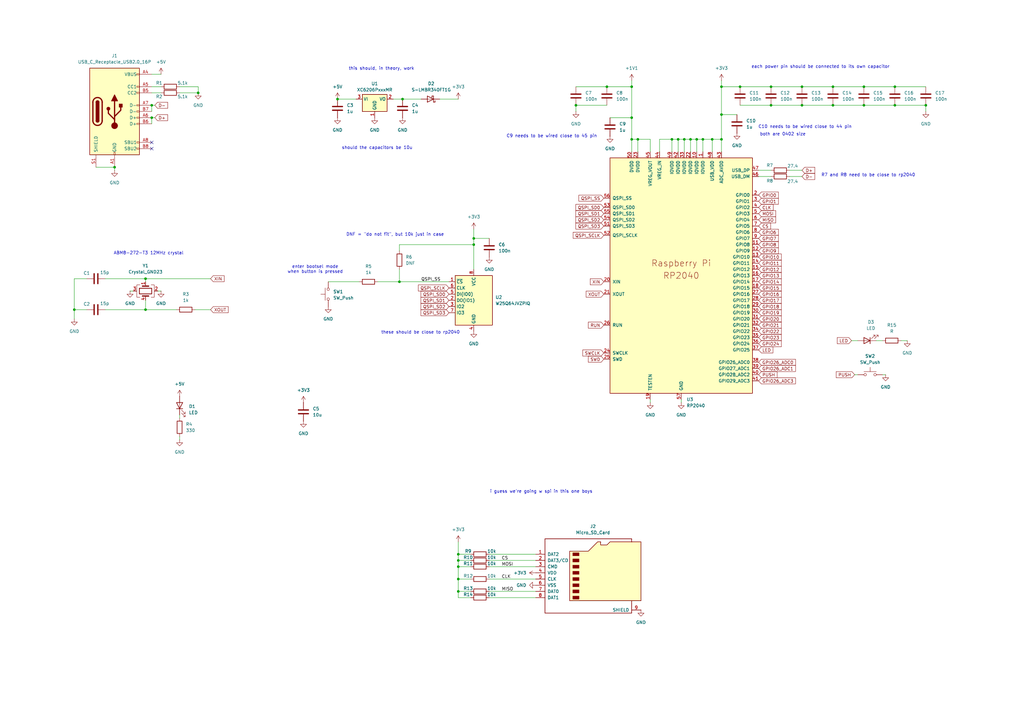
<source format=kicad_sch>
(kicad_sch (version 20231120) (generator "eeschema") (generator_version "8.0")
  (paper "A3")
  (lib_symbols
    (symbol "Connector:Micro_SD_Card" (pin_names (offset 1.016))
      (property "Reference" "J" (at -16.51 15.24 0))
      (property "Value" "Micro_SD_Card" (at 16.51 15.24 0))
      (symbol "Micro_SD_Card_0_1"
        (rectangle (start -7.62 -9.525) (end -5.08 -10.795) (fill (type outline)))
        (rectangle (start -7.62 -6.985) (end -5.08 -8.255) (fill (type outline)))
        (rectangle (start -7.62 -4.445) (end -5.08 -5.715) (fill (type outline)))
        (rectangle (start -7.62 -1.905) (end -5.08 -3.175) (fill (type outline)))
        (rectangle (start -7.62 0.635) (end -5.08 -0.635) (fill (type outline)))
        (rectangle (start -7.62 3.175) (end -5.08 1.905) (fill (type outline)))
        (rectangle (start -7.62 5.715) (end -5.08 4.445) (fill (type outline)))
        (rectangle (start -7.62 8.255) (end -5.08 6.985) (fill (type outline)))
        (polyline (pts (xy 16.51 12.7) (xy 16.51 13.97) (xy -19.05 13.97) (xy -19.05 -16.51) (xy 16.51 -16.51) (xy 16.51 -11.43)) (stroke (width 0.254)))
        (polyline (pts (xy -8.89 -11.43) (xy -8.89 8.89) (xy -1.27 8.89) (xy 2.54 12.7) (xy 3.81 12.7) (xy 3.81 11.43) (xy 6.35 11.43) (xy 7.62 12.7) (xy 20.32 12.7) (xy 20.32 -11.43) (xy -8.89 -11.43)) (stroke (width 0.254)) (fill (type background)))
      )
      (symbol "Micro_SD_Card_1_1"
        (pin bidirectional line (at -22.86 7.62 0) (length 3.81) (name "DAT2") (number "1"))
        (pin bidirectional line (at -22.86 5.08 0) (length 3.81) (name "DAT3/CD") (number "2"))
        (pin input line (at -22.86 2.54 0) (length 3.81) (name "CMD") (number "3"))
        (pin power_in line (at -22.86 0 0) (length 3.81) (name "VDD") (number "4"))
        (pin input line (at -22.86 -2.54 0) (length 3.81) (name "CLK") (number "5"))
        (pin power_in line (at -22.86 -5.08 0) (length 3.81) (name "VSS") (number "6"))
        (pin bidirectional line (at -22.86 -7.62 0) (length 3.81) (name "DAT0") (number "7"))
        (pin bidirectional line (at -22.86 -10.16 0) (length 3.81) (name "DAT1") (number "8"))
        (pin passive line (at 20.32 -15.24 180) (length 3.81) (name "SHIELD") (number "9"))
      )
    )
    (symbol "Connector:USB_C_Receptacle_USB2.0_16P" (pin_names (offset 1.016))
      (property "Reference" "J" (at 0 22.225 0))
      (property "Value" "USB_C_Receptacle_USB2.0_16P" (at 0 19.685 0))
      (symbol "USB_C_Receptacle_USB2.0_16P_0_0"
        (rectangle (start -0.254 -17.78) (end 0.254 -16.764))
        (rectangle (start 10.16 -14.986) (end 9.144 -15.494))
        (rectangle (start 10.16 -12.446) (end 9.144 -12.954))
        (rectangle (start 10.16 -4.826) (end 9.144 -5.334))
        (rectangle (start 10.16 -2.286) (end 9.144 -2.794))
        (rectangle (start 10.16 0.254) (end 9.144 -0.254))
        (rectangle (start 10.16 2.794) (end 9.144 2.286))
        (rectangle (start 10.16 7.874) (end 9.144 7.366))
        (rectangle (start 10.16 10.414) (end 9.144 9.906))
        (rectangle (start 10.16 15.494) (end 9.144 14.986))
      )
      (symbol "USB_C_Receptacle_USB2.0_16P_0_1"
        (rectangle (start -10.16 17.78) (end 10.16 -17.78) (stroke (width 0.254)) (fill (type background)))
        (arc (start -8.89 -3.81) (mid -6.985 -5.7067) (end -5.08 -3.81) (stroke (width 0.508)))
        (arc (start -7.62 -3.81) (mid -6.985 -4.4423) (end -6.35 -3.81) (stroke (width 0.254)))
        (arc (start -7.62 -3.81) (mid -6.985 -4.4423) (end -6.35 -3.81) (stroke (width 0.254)) (fill (type outline)))
        (rectangle (start -7.62 -3.81) (end -6.35 3.81) (stroke (width 0.254)) (fill (type outline)))
        (arc (start -6.35 3.81) (mid -6.985 4.4423) (end -7.62 3.81) (stroke (width 0.254)))
        (arc (start -6.35 3.81) (mid -6.985 4.4423) (end -7.62 3.81) (stroke (width 0.254)) (fill (type outline)))
        (arc (start -5.08 3.81) (mid -6.985 5.7067) (end -8.89 3.81) (stroke (width 0.508)))
        (circle (center -2.54 1.143) (radius 0.635) (stroke (width 0.254)) (fill (type outline)))
        (circle (center 0 -5.842) (radius 1.27) (fill (type outline)))
        (polyline (pts (xy -8.89 -3.81) (xy -8.89 3.81)) (stroke (width 0.508)))
        (polyline (pts (xy -5.08 3.81) (xy -5.08 -3.81)) (stroke (width 0.508)))
        (polyline (pts (xy 0 -5.842) (xy 0 4.318)) (stroke (width 0.508)))
        (polyline (pts (xy 0 -3.302) (xy -2.54 -0.762) (xy -2.54 0.508)) (stroke (width 0.508)))
        (polyline (pts (xy 0 -2.032) (xy 2.54 0.508) (xy 2.54 1.778)) (stroke (width 0.508)))
        (polyline (pts (xy -1.27 4.318) (xy 0 6.858) (xy 1.27 4.318) (xy -1.27 4.318)) (stroke (width 0.254)) (fill (type outline)))
        (rectangle (start 1.905 1.778) (end 3.175 3.048) (stroke (width 0.254)) (fill (type outline)))
      )
      (symbol "USB_C_Receptacle_USB2.0_16P_1_1"
        (pin passive line (at 0 -22.86 90) (length 5.08) (name "GND") (number "A1"))
        (pin passive line (at 0 -22.86 90) (length 5.08) hide (name "GND") (number "A12"))
        (pin passive line (at 15.24 15.24 180) (length 5.08) (name "VBUS") (number "A4"))
        (pin bidirectional line (at 15.24 10.16 180) (length 5.08) (name "CC1") (number "A5"))
        (pin bidirectional line (at 15.24 -2.54 180) (length 5.08) (name "D+") (number "A6"))
        (pin bidirectional line (at 15.24 2.54 180) (length 5.08) (name "D-") (number "A7"))
        (pin bidirectional line (at 15.24 -12.7 180) (length 5.08) (name "SBU1") (number "A8"))
        (pin passive line (at 15.24 15.24 180) (length 5.08) hide (name "VBUS") (number "A9"))
        (pin passive line (at 0 -22.86 90) (length 5.08) hide (name "GND") (number "B1"))
        (pin passive line (at 0 -22.86 90) (length 5.08) hide (name "GND") (number "B12"))
        (pin passive line (at 15.24 15.24 180) (length 5.08) hide (name "VBUS") (number "B4"))
        (pin bidirectional line (at 15.24 7.62 180) (length 5.08) (name "CC2") (number "B5"))
        (pin bidirectional line (at 15.24 -5.08 180) (length 5.08) (name "D+") (number "B6"))
        (pin bidirectional line (at 15.24 0 180) (length 5.08) (name "D-") (number "B7"))
        (pin bidirectional line (at 15.24 -15.24 180) (length 5.08) (name "SBU2") (number "B8"))
        (pin passive line (at 15.24 15.24 180) (length 5.08) hide (name "VBUS") (number "B9"))
        (pin passive line (at -7.62 -22.86 90) (length 5.08) (name "SHIELD") (number "S1"))
      )
    )
    (symbol "Device:C" (pin_numbers hide) (pin_names (offset 0.254))
      (property "Reference" "C" (at 0.635 2.54 0))
      (property "Value" "C" (at 0.635 -2.54 0))
      (symbol "C_0_1"
        (polyline (pts (xy -2.032 -0.762) (xy 2.032 -0.762)) (stroke (width 0.508)))
        (polyline (pts (xy -2.032 0.762) (xy 2.032 0.762)) (stroke (width 0.508)))
      )
      (symbol "C_1_1"
        (pin passive line (at 0 3.81 270) (length 2.794) (name "~") (number "1"))
        (pin passive line (at 0 -3.81 90) (length 2.794) (name "~") (number "2"))
      )
    )
    (symbol "Device:Crystal_GND23" (pin_names (offset 1.016) hide)
      (property "Reference" "Y" (at 3.175 5.08 0))
      (property "Value" "Crystal_GND23" (at 3.175 3.175 0))
      (symbol "Crystal_GND23_0_1"
        (rectangle (start -1.143 2.54) (end 1.143 -2.54) (stroke (width 0.3048)))
        (polyline (pts (xy -2.54 0) (xy -2.032 0)))
        (polyline (pts (xy -2.032 -1.27) (xy -2.032 1.27)) (stroke (width 0.508)))
        (polyline (pts (xy 0 -3.81) (xy 0 -3.556)))
        (polyline (pts (xy 0 3.556) (xy 0 3.81)))
        (polyline (pts (xy 2.032 -1.27) (xy 2.032 1.27)) (stroke (width 0.508)))
        (polyline (pts (xy 2.032 0) (xy 2.54 0)))
        (polyline (pts (xy -2.54 -2.286) (xy -2.54 -3.556) (xy 2.54 -3.556) (xy 2.54 -2.286)))
        (polyline (pts (xy -2.54 2.286) (xy -2.54 3.556) (xy 2.54 3.556) (xy 2.54 2.286)))
      )
      (symbol "Crystal_GND23_1_1"
        (pin passive line (at -3.81 0 0) (length 1.27) (name "1") (number "1"))
        (pin passive line (at 0 5.08 270) (length 1.27) (name "2") (number "2"))
        (pin passive line (at 0 -5.08 90) (length 1.27) (name "3") (number "3"))
        (pin passive line (at 3.81 0 180) (length 1.27) (name "4") (number "4"))
      )
    )
    (symbol "Device:D_Schottky" (pin_numbers hide) (pin_names (offset 1.016) hide)
      (property "Reference" "D" (at 0 2.54 0))
      (property "Value" "D_Schottky" (at 0 -2.54 0))
      (symbol "D_Schottky_0_1"
        (polyline (pts (xy 1.27 0) (xy -1.27 0)))
        (polyline (pts (xy 1.27 1.27) (xy 1.27 -1.27) (xy -1.27 0) (xy 1.27 1.27)) (stroke (width 0.254)))
        (polyline (pts (xy -1.905 0.635) (xy -1.905 1.27) (xy -1.27 1.27) (xy -1.27 -1.27) (xy -0.635 -1.27) (xy -0.635 -0.635)) (stroke (width 0.254)))
      )
      (symbol "D_Schottky_1_1"
        (pin passive line (at -3.81 0 0) (length 2.54) (name "K") (number "1"))
        (pin passive line (at 3.81 0 180) (length 2.54) (name "A") (number "2"))
      )
    )
    (symbol "Device:LED" (pin_numbers hide) (pin_names (offset 1.016) hide)
      (property "Reference" "D" (at 0 2.54 0))
      (property "Value" "LED" (at 0 -2.54 0))
      (symbol "LED_0_1"
        (polyline (pts (xy -1.27 -1.27) (xy -1.27 1.27)) (stroke (width 0.254)))
        (polyline (pts (xy -1.27 0) (xy 1.27 0)))
        (polyline (pts (xy 1.27 -1.27) (xy 1.27 1.27) (xy -1.27 0) (xy 1.27 -1.27)) (stroke (width 0.254)))
        (polyline (pts (xy -3.048 -0.762) (xy -4.572 -2.286) (xy -3.81 -2.286) (xy -4.572 -2.286) (xy -4.572 -1.524)))
        (polyline (pts (xy -1.778 -0.762) (xy -3.302 -2.286) (xy -2.54 -2.286) (xy -3.302 -2.286) (xy -3.302 -1.524)))
      )
      (symbol "LED_1_1"
        (pin passive line (at -3.81 0 0) (length 2.54) (name "K") (number "1"))
        (pin passive line (at 3.81 0 180) (length 2.54) (name "A") (number "2"))
      )
    )
    (symbol "Device:R" (pin_numbers hide) (pin_names (offset 0))
      (property "Reference" "R" (at 2.032 0 90))
      (property "Value" "R" (at 0 0 90))
      (symbol "R_0_1"
        (rectangle (start -1.016 -2.54) (end 1.016 2.54) (stroke (width 0.254)))
      )
      (symbol "R_1_1"
        (pin passive line (at 0 3.81 270) (length 1.27) (name "~") (number "1"))
        (pin passive line (at 0 -3.81 90) (length 1.27) (name "~") (number "2"))
      )
    )
    (symbol "MCU_RaspberryPi_and_Boards:RP2040" (pin_names (offset 1.016))
      (property "Reference" "U" (at -29.21 49.53 0))
      (property "Value" "RP2040" (at 24.13 -49.53 0))
      (symbol "RP2040_0_0"
        (text "Raspberry Pi" (at 0 5.08 0) (effects (font (size 2.54 2.54))))
        (text "RP2040" (at 0 0 0) (effects (font (size 2.54 2.54))))
      )
      (symbol "RP2040_0_1"
        (rectangle (start 29.21 48.26) (end -29.21 -48.26) (stroke (width 0.254)) (fill (type background)))
      )
      (symbol "RP2040_1_1"
        (pin power_in line (at 8.89 50.8 270) (length 2.54) (name "IOVDD") (number "1"))
        (pin power_in line (at 6.35 50.8 270) (length 2.54) (name "IOVDD") (number "10"))
        (pin bidirectional line (at 31.75 12.7 180) (length 2.54) (name "GPIO8") (number "11"))
        (pin bidirectional line (at 31.75 10.16 180) (length 2.54) (name "GPIO9") (number "12"))
        (pin bidirectional line (at 31.75 7.62 180) (length 2.54) (name "GPIO10") (number "13"))
        (pin bidirectional line (at 31.75 5.08 180) (length 2.54) (name "GPIO11") (number "14"))
        (pin bidirectional line (at 31.75 2.54 180) (length 2.54) (name "GPIO12") (number "15"))
        (pin bidirectional line (at 31.75 0 180) (length 2.54) (name "GPIO13") (number "16"))
        (pin bidirectional line (at 31.75 -2.54 180) (length 2.54) (name "GPIO14") (number "17"))
        (pin bidirectional line (at 31.75 -5.08 180) (length 2.54) (name "GPIO15") (number "18"))
        (pin passive line (at -12.7 -50.8 90) (length 2.54) (name "TESTEN") (number "19"))
        (pin bidirectional line (at 31.75 33.02 180) (length 2.54) (name "GPIO0") (number "2"))
        (pin input line (at -31.75 -2.54 0) (length 2.54) (name "XIN") (number "20"))
        (pin passive line (at -31.75 -7.62 0) (length 2.54) (name "XOUT") (number "21"))
        (pin power_in line (at 3.81 50.8 270) (length 2.54) (name "IOVDD") (number "22"))
        (pin power_in line (at -17.78 50.8 270) (length 2.54) (name "DVDD") (number "23"))
        (pin output line (at -31.75 -31.75 0) (length 2.54) (name "SWCLK") (number "24"))
        (pin bidirectional line (at -31.75 -34.29 0) (length 2.54) (name "SWD") (number "25"))
        (pin input line (at -31.75 -20.32 0) (length 2.54) (name "RUN") (number "26"))
        (pin bidirectional line (at 31.75 -7.62 180) (length 2.54) (name "GPIO16") (number "27"))
        (pin bidirectional line (at 31.75 -10.16 180) (length 2.54) (name "GPIO17") (number "28"))
        (pin bidirectional line (at 31.75 -12.7 180) (length 2.54) (name "GPIO18") (number "29"))
        (pin bidirectional line (at 31.75 30.48 180) (length 2.54) (name "GPIO1") (number "3"))
        (pin bidirectional line (at 31.75 -15.24 180) (length 2.54) (name "GPIO19") (number "30"))
        (pin bidirectional line (at 31.75 -17.78 180) (length 2.54) (name "GPIO20") (number "31"))
        (pin bidirectional line (at 31.75 -20.32 180) (length 2.54) (name "GPIO21") (number "32"))
        (pin power_in line (at 1.27 50.8 270) (length 2.54) (name "IOVDD") (number "33"))
        (pin bidirectional line (at 31.75 -22.86 180) (length 2.54) (name "GPIO22") (number "34"))
        (pin bidirectional line (at 31.75 -25.4 180) (length 2.54) (name "GPIO23") (number "35"))
        (pin bidirectional line (at 31.75 -27.94 180) (length 2.54) (name "GPIO24") (number "36"))
        (pin bidirectional line (at 31.75 -30.48 180) (length 2.54) (name "GPIO25") (number "37"))
        (pin bidirectional line (at 31.75 -35.56 180) (length 2.54) (name "GPIO26_ADC0") (number "38"))
        (pin bidirectional line (at 31.75 -38.1 180) (length 2.54) (name "GPIO27_ADC1") (number "39"))
        (pin bidirectional line (at 31.75 27.94 180) (length 2.54) (name "GPIO2") (number "4"))
        (pin bidirectional line (at 31.75 -40.64 180) (length 2.54) (name "GPIO28_ADC2") (number "40"))
        (pin bidirectional line (at 31.75 -43.18 180) (length 2.54) (name "GPIO29_ADC3") (number "41"))
        (pin power_in line (at -1.27 50.8 270) (length 2.54) (name "IOVDD") (number "42"))
        (pin power_in line (at 16.51 50.8 270) (length 2.54) (name "ADC_AVDD") (number "43"))
        (pin power_in line (at -8.89 50.8 270) (length 2.54) (name "VREG_IN") (number "44"))
        (pin power_out line (at -12.7 50.8 270) (length 2.54) (name "VREG_VOUT") (number "45"))
        (pin bidirectional line (at 31.75 40.64 180) (length 2.54) (name "USB_DM") (number "46"))
        (pin bidirectional line (at 31.75 43.18 180) (length 2.54) (name "USB_DP") (number "47"))
        (pin power_in line (at 12.7 50.8 270) (length 2.54) (name "USB_VDD") (number "48"))
        (pin power_in line (at -3.81 50.8 270) (length 2.54) (name "IOVDD") (number "49"))
        (pin bidirectional line (at 31.75 25.4 180) (length 2.54) (name "GPIO3") (number "5"))
        (pin power_in line (at -20.32 50.8 270) (length 2.54) (name "DVDD") (number "50"))
        (pin bidirectional line (at -31.75 20.32 0) (length 2.54) (name "QSPI_SD3") (number "51"))
        (pin output line (at -31.75 16.51 0) (length 2.54) (name "QSPI_SCLK") (number "52"))
        (pin bidirectional line (at -31.75 27.94 0) (length 2.54) (name "QSPI_SD0") (number "53"))
        (pin bidirectional line (at -31.75 22.86 0) (length 2.54) (name "QSPI_SD2") (number "54"))
        (pin bidirectional line (at -31.75 25.4 0) (length 2.54) (name "QSPI_SD1") (number "55"))
        (pin bidirectional line (at -31.75 31.75 0) (length 2.54) (name "QSPI_SS") (number "56"))
        (pin power_in line (at 0 -50.8 90) (length 2.54) (name "GND") (number "57"))
        (pin bidirectional line (at 31.75 22.86 180) (length 2.54) (name "GPIO4") (number "6"))
        (pin bidirectional line (at 31.75 20.32 180) (length 2.54) (name "GPIO5") (number "7"))
        (pin bidirectional line (at 31.75 17.78 180) (length 2.54) (name "GPIO6") (number "8"))
        (pin bidirectional line (at 31.75 15.24 180) (length 2.54) (name "GPIO7") (number "9"))
      )
    )
    (symbol "Memory_Flash:W25Q128JVS"
      (property "Reference" "U" (at -8.89 8.89 0))
      (property "Value" "W25Q128JVS" (at 7.62 8.89 0))
      (symbol "W25Q128JVS_0_1"
        (rectangle (start -7.62 10.16) (end 7.62 -10.16) (stroke (width 0.254)) (fill (type background)))
      )
      (symbol "W25Q128JVS_1_1"
        (pin input line (at -10.16 7.62 0) (length 2.54) (name "~{CS}") (number "1"))
        (pin bidirectional line (at -10.16 0 0) (length 2.54) (name "DO(IO1)") (number "2"))
        (pin bidirectional line (at -10.16 -2.54 0) (length 2.54) (name "IO2") (number "3"))
        (pin power_in line (at 0 -12.7 90) (length 2.54) (name "GND") (number "4"))
        (pin bidirectional line (at -10.16 2.54 0) (length 2.54) (name "DI(IO0)") (number "5"))
        (pin input line (at -10.16 5.08 0) (length 2.54) (name "CLK") (number "6"))
        (pin bidirectional line (at -10.16 -5.08 0) (length 2.54) (name "IO3") (number "7"))
        (pin power_in line (at 0 12.7 270) (length 2.54) (name "VCC") (number "8"))
      )
    )
    (symbol "Regulator_Linear:NCP1117-3.3_SOT223"
      (property "Reference" "U" (at -3.81 3.175 0))
      (property "Value" "NCP1117-3.3_SOT223" (at 0 3.175 0))
      (symbol "NCP1117-3.3_SOT223_0_1"
        (rectangle (start -5.08 -5.08) (end 5.08 1.905) (stroke (width 0.254)) (fill (type background)))
      )
      (symbol "NCP1117-3.3_SOT223_1_1"
        (pin power_in line (at 0 -7.62 90) (length 2.54) (name "GND") (number "1"))
        (pin power_out line (at 7.62 0 180) (length 2.54) (name "VO") (number "2"))
        (pin power_in line (at -7.62 0 0) (length 2.54) (name "VI") (number "3"))
      )
    )
    (symbol "Switch:SW_Push" (pin_numbers hide) (pin_names (offset 1.016) hide)
      (property "Reference" "SW" (at 1.27 2.54 0))
      (property "Value" "SW_Push" (at 0 -1.524 0))
      (symbol "SW_Push_0_1"
        (circle (center -2.032 0) (radius 0.508))
        (polyline (pts (xy 0 1.27) (xy 0 3.048)))
        (polyline (pts (xy 2.54 1.27) (xy -2.54 1.27)))
        (circle (center 2.032 0) (radius 0.508))
        (pin passive line (at -5.08 0 0) (length 2.54) (name "1") (number "1"))
        (pin passive line (at 5.08 0 180) (length 2.54) (name "2") (number "2"))
      )
    )
    (symbol "power:+1V1" (power) (pin_numbers hide) (pin_names (offset 0) hide)
      (property "Value" "+1V1" (at 0 3.556 0))
      (symbol "+1V1_0_1"
        (polyline (pts (xy -0.762 1.27) (xy 0 2.54)))
        (polyline (pts (xy 0 0) (xy 0 2.54)))
        (polyline (pts (xy 0 2.54) (xy 0.762 1.27)))
      )
      (symbol "+1V1_1_1"
        (pin power_in line (at 0 0 90) (length 0) (name "~") (number "1"))
      )
    )
    (symbol "power:+3V3" (power) (pin_numbers hide) (pin_names (offset 0) hide)
      (property "Value" "+3V3" (at 0 3.556 0))
      (symbol "+3V3_0_1"
        (polyline (pts (xy -0.762 1.27) (xy 0 2.54)))
        (polyline (pts (xy 0 0) (xy 0 2.54)))
        (polyline (pts (xy 0 2.54) (xy 0.762 1.27)))
      )
      (symbol "+3V3_1_1"
        (pin power_in line (at 0 0 90) (length 0) (name "~") (number "1"))
      )
    )
    (symbol "power:+5V" (power) (pin_numbers hide) (pin_names (offset 0) hide)
      (property "Value" "+5V" (at 0 3.556 0))
      (symbol "+5V_0_1"
        (polyline (pts (xy -0.762 1.27) (xy 0 2.54)))
        (polyline (pts (xy 0 0) (xy 0 2.54)))
        (polyline (pts (xy 0 2.54) (xy 0.762 1.27)))
      )
      (symbol "+5V_1_1"
        (pin power_in line (at 0 0 90) (length 0) (name "~") (number "1"))
      )
    )
    (symbol "power:GND" (power) (pin_numbers hide) (pin_names (offset 0) hide)
      (property "Value" "GND" (at 0 -3.81 0))
      (symbol "GND_0_1"
        (polyline (pts (xy 0 0) (xy 0 -1.27) (xy 1.27 -1.27) (xy 0 -2.54) (xy -1.27 -1.27) (xy 0 -1.27)))
      )
      (symbol "GND_1_1"
        (pin power_in line (at 0 0 270) (length 0) (name "~") (number "1"))
      )
    )
  )
  (junction (at 316.23 43.18))
  (junction (at 341.63 43.18))
  (junction (at 292.1 57.15))
  (junction (at 236.22 43.18))
  (junction (at 278.13 57.15))
  (junction (at 295.91 46.99))
  (junction (at 163.83 115.57))
  (junction (at 379.73 43.18))
  (junction (at 303.53 35.56))
  (junction (at 367.03 43.18))
  (junction (at 316.23 35.56))
  (junction (at 261.62 57.15))
  (junction (at 283.21 57.15))
  (junction (at 138.43 40.64))
  (junction (at 62.23 48.26))
  (junction (at 165.1 40.64))
  (junction (at 46.99 68.58))
  (junction (at 187.96 232.41))
  (junction (at 59.69 127))
  (junction (at 285.75 57.15))
  (junction (at 295.91 35.56))
  (junction (at 59.69 114.3))
  (junction (at 354.33 43.18))
  (junction (at 280.67 57.15))
  (junction (at 194.31 97.79))
  (junction (at 30.48 127))
  (junction (at 187.96 229.87))
  (junction (at 259.08 35.56))
  (junction (at 259.08 48.26))
  (junction (at 187.96 227.33))
  (junction (at 328.93 35.56))
  (junction (at 341.63 35.56))
  (junction (at 194.31 100.33))
  (junction (at 81.28 38.1))
  (junction (at 187.96 242.57))
  (junction (at 62.23 43.18))
  (junction (at 248.92 35.56))
  (junction (at 288.29 57.15))
  (junction (at 295.91 57.15))
  (junction (at 259.08 57.15))
  (junction (at 187.96 237.49))
  (junction (at 367.03 35.56))
  (junction (at 328.93 43.18))
  (junction (at 275.59 57.15))
  (junction (at 354.33 35.56))
  (no_connect (at 62.23 58.42))
  (no_connect (at 62.23 60.96))
  (wire (pts (xy 359.41 139.7) (xy 361.95 139.7)))
  (wire (pts (xy 354.33 35.56) (xy 367.03 35.56)))
  (wire (pts (xy 62.23 43.18) (xy 63.5 43.18)))
  (wire (pts (xy 62.23 43.18) (xy 62.23 45.72)))
  (wire (pts (xy 200.66 237.49) (xy 219.71 237.49)))
  (wire (pts (xy 59.69 114.3) (xy 86.36 114.3)))
  (wire (pts (xy 200.66 242.57) (xy 219.71 242.57)))
  (wire (pts (xy 292.1 57.15) (xy 295.91 57.15)))
  (wire (pts (xy 316.23 35.56) (xy 328.93 35.56)))
  (wire (pts (xy 187.96 237.49) (xy 187.96 232.41)))
  (wire (pts (xy 163.83 100.33) (xy 163.83 102.87)))
  (wire (pts (xy 316.23 43.18) (xy 328.93 43.18)))
  (wire (pts (xy 59.69 127) (xy 43.18 127)))
  (wire (pts (xy 194.31 97.79) (xy 200.66 97.79)))
  (wire (pts (xy 194.31 100.33) (xy 194.31 110.49)))
  (wire (pts (xy 62.23 48.26) (xy 62.23 50.8)))
  (wire (pts (xy 200.66 229.87) (xy 219.71 229.87)))
  (wire (pts (xy 295.91 57.15) (xy 295.91 62.23)))
  (wire (pts (xy 59.69 127) (xy 72.39 127)))
  (wire (pts (xy 311.15 72.39) (xy 316.23 72.39)))
  (wire (pts (xy 328.93 43.18) (xy 341.63 43.18)))
  (wire (pts (xy 187.96 237.49) (xy 187.96 242.57)))
  (wire (pts (xy 194.31 97.79) (xy 194.31 100.33)))
  (wire (pts (xy 295.91 35.56) (xy 303.53 35.56)))
  (wire (pts (xy 259.08 48.26) (xy 259.08 57.15)))
  (wire (pts (xy 275.59 57.15) (xy 278.13 57.15)))
  (wire (pts (xy 165.1 40.64) (xy 172.72 40.64)))
  (wire (pts (xy 303.53 35.56) (xy 316.23 35.56)))
  (wire (pts (xy 259.08 35.56) (xy 259.08 48.26)))
  (wire (pts (xy 62.23 38.1) (xy 66.04 38.1)))
  (wire (pts (xy 323.85 69.85) (xy 328.93 69.85)))
  (wire (pts (xy 303.53 43.18) (xy 316.23 43.18)))
  (wire (pts (xy 62.23 48.26) (xy 63.5 48.26)))
  (wire (pts (xy 35.56 114.3) (xy 30.48 114.3)))
  (wire (pts (xy 261.62 57.15) (xy 261.62 62.23)))
  (wire (pts (xy 200.66 245.11) (xy 219.71 245.11)))
  (wire (pts (xy 236.22 35.56) (xy 248.92 35.56)))
  (wire (pts (xy 295.91 46.99) (xy 295.91 57.15)))
  (wire (pts (xy 134.62 115.57) (xy 147.32 115.57)))
  (wire (pts (xy 59.69 123.19) (xy 59.69 127)))
  (wire (pts (xy 292.1 57.15) (xy 292.1 62.23)))
  (wire (pts (xy 30.48 114.3) (xy 30.48 127)))
  (wire (pts (xy 266.7 62.23) (xy 266.7 57.15)))
  (wire (pts (xy 62.23 30.48) (xy 66.04 30.48)))
  (wire (pts (xy 285.75 57.15) (xy 288.29 57.15)))
  (wire (pts (xy 280.67 57.15) (xy 283.21 57.15)))
  (wire (pts (xy 73.66 35.56) (xy 81.28 35.56)))
  (wire (pts (xy 154.94 115.57) (xy 163.83 115.57)))
  (wire (pts (xy 261.62 57.15) (xy 259.08 57.15)))
  (wire (pts (xy 279.4 165.1) (xy 279.4 163.83)))
  (wire (pts (xy 30.48 127) (xy 30.48 130.81)))
  (wire (pts (xy 328.93 35.56) (xy 341.63 35.56)))
  (wire (pts (xy 193.04 232.41) (xy 187.96 232.41)))
  (wire (pts (xy 64.77 119.38) (xy 66.04 119.38)))
  (wire (pts (xy 270.51 62.23) (xy 270.51 57.15)))
  (wire (pts (xy 219.71 227.33) (xy 200.66 227.33)))
  (wire (pts (xy 39.37 68.58) (xy 46.99 68.58)))
  (wire (pts (xy 278.13 57.15) (xy 278.13 62.23)))
  (wire (pts (xy 138.43 40.64) (xy 146.05 40.64)))
  (wire (pts (xy 80.01 127) (xy 86.36 127)))
  (wire (pts (xy 283.21 62.23) (xy 283.21 57.15)))
  (wire (pts (xy 354.33 43.18) (xy 367.03 43.18)))
  (wire (pts (xy 236.22 43.18) (xy 248.92 43.18)))
  (wire (pts (xy 285.75 62.23) (xy 285.75 57.15)))
  (wire (pts (xy 236.22 45.72) (xy 236.22 43.18)))
  (wire (pts (xy 288.29 57.15) (xy 292.1 57.15)))
  (wire (pts (xy 302.26 46.99) (xy 295.91 46.99)))
  (wire (pts (xy 278.13 57.15) (xy 280.67 57.15)))
  (wire (pts (xy 73.66 170.18) (xy 73.66 171.45)))
  (wire (pts (xy 250.19 48.26) (xy 259.08 48.26)))
  (wire (pts (xy 266.7 57.15) (xy 261.62 57.15)))
  (wire (pts (xy 163.83 100.33) (xy 194.31 100.33)))
  (wire (pts (xy 187.96 222.25) (xy 187.96 227.33)))
  (wire (pts (xy 62.23 35.56) (xy 66.04 35.56)))
  (wire (pts (xy 275.59 57.15) (xy 275.59 62.23)))
  (wire (pts (xy 363.22 153.67) (xy 361.95 153.67)))
  (wire (pts (xy 280.67 57.15) (xy 280.67 62.23)))
  (wire (pts (xy 295.91 33.02) (xy 295.91 35.56)))
  (wire (pts (xy 288.29 57.15) (xy 288.29 62.23)))
  (wire (pts (xy 59.69 115.57) (xy 59.69 114.3)))
  (wire (pts (xy 81.28 35.56) (xy 81.28 38.1)))
  (wire (pts (xy 311.15 69.85) (xy 316.23 69.85)))
  (wire (pts (xy 194.31 93.98) (xy 194.31 97.79)))
  (wire (pts (xy 349.25 139.7) (xy 351.79 139.7)))
  (wire (pts (xy 161.29 40.64) (xy 165.1 40.64)))
  (wire (pts (xy 187.96 229.87) (xy 193.04 229.87)))
  (wire (pts (xy 187.96 237.49) (xy 193.04 237.49)))
  (wire (pts (xy 193.04 242.57) (xy 187.96 242.57)))
  (wire (pts (xy 46.99 68.58) (xy 46.99 69.85)))
  (wire (pts (xy 367.03 35.56) (xy 379.73 35.56)))
  (wire (pts (xy 43.18 114.3) (xy 59.69 114.3)))
  (wire (pts (xy 187.96 227.33) (xy 193.04 227.33)))
  (wire (pts (xy 259.08 57.15) (xy 259.08 62.23)))
  (wire (pts (xy 187.96 232.41) (xy 187.96 229.87)))
  (wire (pts (xy 323.85 72.39) (xy 328.93 72.39)))
  (wire (pts (xy 369.57 139.7) (xy 372.11 139.7)))
  (wire (pts (xy 259.08 33.02) (xy 259.08 35.56)))
  (wire (pts (xy 248.92 35.56) (xy 259.08 35.56)))
  (wire (pts (xy 367.03 43.18) (xy 379.73 43.18)))
  (wire (pts (xy 163.83 110.49) (xy 163.83 115.57)))
  (wire (pts (xy 350.52 153.67) (xy 351.79 153.67)))
  (wire (pts (xy 270.51 57.15) (xy 275.59 57.15)))
  (wire (pts (xy 283.21 57.15) (xy 285.75 57.15)))
  (wire (pts (xy 341.63 35.56) (xy 354.33 35.56)))
  (wire (pts (xy 341.63 43.18) (xy 354.33 43.18)))
  (wire (pts (xy 73.66 38.1) (xy 81.28 38.1)))
  (wire (pts (xy 163.83 115.57) (xy 184.15 115.57)))
  (wire (pts (xy 180.34 40.64) (xy 187.96 40.64)))
  (wire (pts (xy 187.96 227.33) (xy 187.96 229.87)))
  (wire (pts (xy 379.73 43.18) (xy 379.73 45.72)))
  (wire (pts (xy 295.91 35.56) (xy 295.91 46.99)))
  (wire (pts (xy 30.48 127) (xy 35.56 127)))
  (wire (pts (xy 53.34 119.38) (xy 54.61 119.38)))
  (wire (pts (xy 200.66 232.41) (xy 219.71 232.41)))
  (wire (pts (xy 266.7 165.1) (xy 266.7 163.83)))
  (wire (pts (xy 193.04 245.11) (xy 187.96 245.11)))
  (wire (pts (xy 187.96 245.11) (xy 187.96 242.57)))
  (wire (pts (xy 73.66 179.07) (xy 73.66 180.34)))
  (text "these should be close to rp2040" (at 172.466 136.398 0) (effects (font (size 1.27 1.27))))
  (text "C9 needs to be wired close to 45 pin" (at 226.314 55.88 0) (effects (font (size 1.27 1.27))))
  (text "R7 and R8 need to be close to rp2040" (at 356.108 71.882 0) (effects (font (size 1.27 1.27))))
  (text "this should, in theory, work" (at 156.464 28.194 0) (effects (font (size 1.27 1.27))))
  (text "C10 needs to be wired close to 44 pin" (at 330.2 52.07 0) (effects (font (size 1.27 1.27))))
  (text "should the capacitors be 10u" (at 154.686 60.706 0) (effects (font (size 1.27 1.27))))
  (text "i guess we're going w spi in this one boys" (at 221.996 201.676 0) (effects (font (size 1.27 1.27))))
  (text "both are 0402 size" (at 321.056 55.118 0) (effects (font (size 1.27 1.27))))
  (text "each power pin should be connected to its own capacitor" (at 336.55 27.432 0) (effects (font (size 1.27 1.27))))
  (text "enter bootsel mode\nwhen button is pressed" (at 129.286 110.49 0) (effects (font (size 1.27 1.27))))
  (text "ABM8-272-T3 12MHz crystal" (at 60.96 103.886 0) (effects (font (size 1.27 1.27))))
  (text "DNF = \"do not fit\", but 10k just in case" (at 162.052 96.266 0) (effects (font (size 1.27 1.27))))
  (label "CS" (at 205.74 229.87 0))
  (label "CLK" (at 205.74 237.49 0))
  (label "MOSI" (at 205.74 232.41 0))
  (label "MISO" (at 205.74 242.57 0))
  (label "QSPI_SS" (at 172.72 115.57 0))
  (global_label "MOSI" (shape input) (at 311.15 87.63 0) (property "Intersheetrefs" "${INTERSHEET_REFS}" (effects (hide yes))))
  (global_label "GPIO26_ADC3" (shape input) (at 311.15 156.21 0) (property "Intersheetrefs" "${INTERSHEET_REFS}" (effects (hide yes))))
  (global_label "GPIO22" (shape input) (at 311.15 135.89 0) (property "Intersheetrefs" "${INTERSHEET_REFS}" (effects (hide yes))))
  (global_label "GPIO26_ADC0" (shape input) (at 311.15 148.59 0) (property "Intersheetrefs" "${INTERSHEET_REFS}" (effects (hide yes))))
  (global_label "GPIO15" (shape input) (at 311.15 118.11 0) (property "Intersheetrefs" "${INTERSHEET_REFS}" (effects (hide yes))))
  (global_label "GPIO13" (shape input) (at 311.15 113.03 0) (property "Intersheetrefs" "${INTERSHEET_REFS}" (effects (hide yes))))
  (global_label "GPIO19" (shape input) (at 311.15 128.27 0) (property "Intersheetrefs" "${INTERSHEET_REFS}" (effects (hide yes))))
  (global_label "GPIO23" (shape input) (at 311.15 138.43 0) (property "Intersheetrefs" "${INTERSHEET_REFS}" (effects (hide yes))))
  (global_label "QSPI_SD0" (shape input) (at 184.15 120.65 180) (property "Intersheetrefs" "${INTERSHEET_REFS}" (effects (hide yes))))
  (global_label "GPIO7" (shape input) (at 311.15 97.79 0) (property "Intersheetrefs" "${INTERSHEET_REFS}" (effects (hide yes))))
  (global_label "SWCLK" (shape input) (at 247.65 144.78 180) (property "Intersheetrefs" "${INTERSHEET_REFS}" (effects (hide yes))))
  (global_label "D+" (shape input) (at 328.93 69.85 0) (property "Intersheetrefs" "${INTERSHEET_REFS}" (effects (hide yes))))
  (global_label "SWD" (shape input) (at 247.65 147.32 180) (property "Intersheetrefs" "${INTERSHEET_REFS}" (effects (hide yes))))
  (global_label "QSPI_SD3" (shape input) (at 247.65 92.71 180) (property "Intersheetrefs" "${INTERSHEET_REFS}" (effects (hide yes))))
  (global_label "QSPI_SD1" (shape input) (at 184.15 123.19 180) (property "Intersheetrefs" "${INTERSHEET_REFS}" (effects (hide yes))))
  (global_label "RUN" (shape input) (at 247.65 133.35 180) (property "Intersheetrefs" "${INTERSHEET_REFS}" (effects (hide yes))))
  (global_label "GPIO21" (shape input) (at 311.15 133.35 0) (property "Intersheetrefs" "${INTERSHEET_REFS}" (effects (hide yes))))
  (global_label "GPIO12" (shape input) (at 311.15 110.49 0) (property "Intersheetrefs" "${INTERSHEET_REFS}" (effects (hide yes))))
  (global_label "QSPI_SD2" (shape input) (at 184.15 125.73 180) (property "Intersheetrefs" "${INTERSHEET_REFS}" (effects (hide yes))))
  (global_label "CLK" (shape input) (at 311.15 85.09 0) (property "Intersheetrefs" "${INTERSHEET_REFS}" (effects (hide yes))))
  (global_label "MISO" (shape input) (at 311.15 90.17 0) (property "Intersheetrefs" "${INTERSHEET_REFS}" (effects (hide yes))))
  (global_label "LED" (shape input) (at 311.15 143.51 0) (property "Intersheetrefs" "${INTERSHEET_REFS}" (effects (hide yes))))
  (global_label "GPIO9" (shape input) (at 311.15 102.87 0) (property "Intersheetrefs" "${INTERSHEET_REFS}" (effects (hide yes))))
  (global_label "D+" (shape input) (at 63.5 48.26 0) (property "Intersheetrefs" "${INTERSHEET_REFS}" (effects (hide yes))))
  (global_label "GPIO0" (shape input) (at 311.15 80.01 0) (property "Intersheetrefs" "${INTERSHEET_REFS}" (effects (hide yes))))
  (global_label "GPIO18" (shape input) (at 311.15 125.73 0) (property "Intersheetrefs" "${INTERSHEET_REFS}" (effects (hide yes))))
  (global_label "QSPI_SD0" (shape input) (at 247.65 85.09 180) (property "Intersheetrefs" "${INTERSHEET_REFS}" (effects (hide yes))))
  (global_label "GPIO6" (shape input) (at 311.15 95.25 0) (property "Intersheetrefs" "${INTERSHEET_REFS}" (effects (hide yes))))
  (global_label "PUSH" (shape input) (at 311.15 153.67 0) (property "Intersheetrefs" "${INTERSHEET_REFS}" (effects (hide yes))))
  (global_label "GPIO20" (shape input) (at 311.15 130.81 0) (property "Intersheetrefs" "${INTERSHEET_REFS}" (effects (hide yes))))
  (global_label "QSPI_SD1" (shape input) (at 247.65 87.63 180) (property "Intersheetrefs" "${INTERSHEET_REFS}" (effects (hide yes))))
  (global_label "QSPI_SD2" (shape input) (at 247.65 90.17 180) (property "Intersheetrefs" "${INTERSHEET_REFS}" (effects (hide yes))))
  (global_label "QSPI_SD3" (shape input) (at 184.15 128.27 180) (property "Intersheetrefs" "${INTERSHEET_REFS}" (effects (hide yes))))
  (global_label "GPIO24" (shape input) (at 311.15 140.97 0) (property "Intersheetrefs" "${INTERSHEET_REFS}" (effects (hide yes))))
  (global_label "GPIO11" (shape input) (at 311.15 107.95 0) (property "Intersheetrefs" "${INTERSHEET_REFS}" (effects (hide yes))))
  (global_label "XOUT" (shape input) (at 86.36 127 0) (property "Intersheetrefs" "${INTERSHEET_REFS}" (effects (hide yes))))
  (global_label "XOUT" (shape input) (at 247.65 120.65 180) (property "Intersheetrefs" "${INTERSHEET_REFS}" (effects (hide yes))))
  (global_label "CS" (shape input) (at 311.15 92.71 0) (property "Intersheetrefs" "${INTERSHEET_REFS}" (effects (hide yes))))
  (global_label "PUSH" (shape input) (at 350.52 153.67 180) (property "Intersheetrefs" "${INTERSHEET_REFS}" (effects (hide yes))))
  (global_label "GPIO17" (shape input) (at 311.15 123.19 0) (property "Intersheetrefs" "${INTERSHEET_REFS}" (effects (hide yes))))
  (global_label "D-" (shape input) (at 63.5 43.18 0) (property "Intersheetrefs" "${INTERSHEET_REFS}" (effects (hide yes))))
  (global_label "LED" (shape input) (at 349.25 139.7 180) (property "Intersheetrefs" "${INTERSHEET_REFS}" (effects (hide yes))))
  (global_label "QSPI_SCLK" (shape input) (at 247.65 96.52 180) (property "Intersheetrefs" "${INTERSHEET_REFS}" (effects (hide yes))))
  (global_label "GPIO8" (shape input) (at 311.15 100.33 0) (property "Intersheetrefs" "${INTERSHEET_REFS}" (effects (hide yes))))
  (global_label "QSPI_SS" (shape input) (at 247.65 81.28 180) (property "Intersheetrefs" "${INTERSHEET_REFS}" (effects (hide yes))))
  (global_label "QSPI_SCLK" (shape input) (at 184.15 118.11 180) (property "Intersheetrefs" "${INTERSHEET_REFS}" (effects (hide yes))))
  (global_label "GPIO10" (shape input) (at 311.15 105.41 0) (property "Intersheetrefs" "${INTERSHEET_REFS}" (effects (hide yes))))
  (global_label "GPIO1" (shape input) (at 311.15 82.55 0) (property "Intersheetrefs" "${INTERSHEET_REFS}" (effects (hide yes))))
  (global_label "GPIO16" (shape input) (at 311.15 120.65 0) (property "Intersheetrefs" "${INTERSHEET_REFS}" (effects (hide yes))))
  (global_label "GPIO14" (shape input) (at 311.15 115.57 0) (property "Intersheetrefs" "${INTERSHEET_REFS}" (effects (hide yes))))
  (global_label "XIN" (shape input) (at 86.36 114.3 0) (property "Intersheetrefs" "${INTERSHEET_REFS}" (effects (hide yes))))
  (global_label "GPIO26_ADC1" (shape input) (at 311.15 151.13 0) (property "Intersheetrefs" "${INTERSHEET_REFS}" (effects (hide yes))))
  (global_label "XIN" (shape input) (at 247.65 115.57 180) (property "Intersheetrefs" "${INTERSHEET_REFS}" (effects (hide yes))))
  (global_label "D-" (shape input) (at 328.93 72.39 0) (property "Intersheetrefs" "${INTERSHEET_REFS}" (effects (hide yes))))
  (symbol (lib_id "Device:C") (at 354.33 39.37 0) (unit 1)
    (property "Reference" "C15" (at 358.14 38.0999 0) (effects (justify left)))
    (property "Value" "100n" (at 358.14 40.6399 0) (effects (justify left)))
    (property "Footprint" "Capacitor_SMD:C_0402_1005Metric" (effects (hide yes)))
    (property "Description" "Unpolarized capacitor" (effects (hide yes)))
  )
  (symbol (lib_id "Device:R") (at 196.85 245.11 90) (unit 1)
    (property "Reference" "R14" (at 192.024 243.84 90))
    (property "Value" "10k" (at 201.676 243.84 90))
    (property "Description" "Resistor" (effects (hide yes)))
  )
  (symbol (lib_id "Device:C") (at 248.92 39.37 0) (unit 1)
    (property "Reference" "C8" (at 252.73 38.0999 0) (effects (justify left)))
    (property "Value" "100n" (at 252.73 40.6399 0) (effects (justify left)))
    (property "Footprint" "Capacitor_SMD:C_0402_1005Metric" (effects (hide yes)))
    (property "Description" "Unpolarized capacitor" (effects (hide yes)))
  )
  (symbol (lib_id "power:+3V3") (at 194.31 93.98 0) (unit 1)
    (property "Reference" "#PWR020" (effects (hide yes)))
    (property "Value" "+3V3" (at 194.31 88.9 0))
    (property "Description" "Power symbol creates a global label with name \"+3V3\"" (effects (hide yes)))
  )
  (symbol (lib_id "Regulator_Linear:NCP1117-3.3_SOT223") (at 153.67 40.64 0) (unit 1)
    (property "Reference" "U1" (at 153.67 34.29 0))
    (property "Value" "XC6206PxxxMR" (at 153.67 36.83 0))
    (property "Footprint" "Package_TO_SOT_SMD:SOT-23-3" (effects (hide yes)))
    (property "Datasheet" "http://www.onsemi.com/pub_link/Collateral/NCP1117-D.PDF" (effects (hide yes)))
    (property "Description" "1A Low drop-out regulator, Fixed Output 3.3V, SOT-223" (effects (hide yes)))
  )
  (symbol (lib_id "power:+3V3") (at 295.91 33.02 0) (unit 1)
    (property "Reference" "#PWR028" (effects (hide yes)))
    (property "Value" "+3V3" (at 295.91 27.94 0))
    (property "Description" "Power symbol creates a global label with name \"+3V3\"" (effects (hide yes)))
  )
  (symbol (lib_id "power:+5V") (at 73.66 162.56 0) (unit 1)
    (property "Reference" "#PWR010" (effects (hide yes)))
    (property "Value" "+5V" (at 73.66 157.48 0))
    (property "Description" "Power symbol creates a global label with name \"+5V\"" (effects (hide yes)))
  )
  (symbol (lib_id "power:GND") (at 372.11 139.7 0) (unit 1)
    (property "Reference" "#PWR032" (effects (hide yes)))
    (property "Value" "GND" (at 372.11 144.78 0))
    (property "Description" "Power symbol creates a global label with name \"GND\" , ground" (effects (hide yes)))
  )
  (symbol (lib_id "power:+5V") (at 66.04 30.48 0) (unit 1)
    (property "Reference" "#PWR05" (effects (hide yes)))
    (property "Value" "+5V" (at 66.04 25.4 0))
    (property "Description" "Power symbol creates a global label with name \"+5V\"" (effects (hide yes)))
  )
  (symbol (lib_id "power:GND") (at 279.4 165.1 0) (unit 1)
    (property "Reference" "#PWR027" (effects (hide yes)))
    (property "Value" "GND" (at 279.4 170.18 0))
    (property "Description" "Power symbol creates a global label with name \"GND\" , ground" (effects (hide yes)))
  )
  (symbol (lib_id "MCU_RaspberryPi_and_Boards:RP2040") (at 279.4 113.03 0) (unit 1)
    (property "Reference" "U3" (at 281.5941 163.83 0) (effects (justify left)))
    (property "Value" "RP2040" (at 281.5941 166.37 0) (effects (justify left)))
    (property "Footprint" "Package_DFN_QFN:QFN-56-1EP_7x7mm_P0.4mm_EP3.2x3.2mm" (effects (hide yes)))
  )
  (symbol (lib_id "Device:C") (at 341.63 39.37 0) (unit 1)
    (property "Reference" "C14" (at 345.44 38.0999 0) (effects (justify left)))
    (property "Value" "100n" (at 345.44 40.6399 0) (effects (justify left)))
    (property "Footprint" "Capacitor_SMD:C_0402_1005Metric" (effects (hide yes)))
    (property "Description" "Unpolarized capacitor" (effects (hide yes)))
  )
  (symbol (lib_id "power:GND") (at 66.04 119.38 0) (unit 1)
    (property "Reference" "#PWR06" (effects (hide yes)))
    (property "Value" "GND" (at 66.04 124.46 0))
    (property "Description" "Power symbol creates a global label with name \"GND\" , ground" (effects (hide yes)))
  )
  (symbol (lib_id "Connector:Micro_SD_Card") (at 242.57 234.95 0) (unit 1)
    (property "Reference" "J2" (at 243.205 215.9 0))
    (property "Value" "Micro_SD_Card" (at 243.205 218.44 0))
    (property "Datasheet" "http://katalog.we-online.de/em/datasheet/693072010801.pdf" (effects (hide yes)))
    (property "Description" "Micro SD Card Socket" (effects (hide yes)))
  )
  (symbol (lib_id "Device:LED") (at 355.6 139.7 180) (unit 1)
    (property "Reference" "D3" (at 357.1875 132.08 0))
    (property "Value" "LED" (at 357.1875 134.62 0))
    (property "Description" "Light emitting diode" (effects (hide yes)))
  )
  (symbol (lib_id "Device:R") (at 151.13 115.57 90) (unit 1)
    (property "Reference" "R5" (at 151.13 109.22 90))
    (property "Value" "1k" (at 151.13 111.76 90))
    (property "Footprint" "Resistor_SMD:R_0402_1005Metric" (effects (hide yes)))
    (property "Description" "Resistor" (effects (hide yes)))
  )
  (symbol (lib_id "power:GND") (at 53.34 119.38 0) (unit 1)
    (property "Reference" "#PWR03" (effects (hide yes)))
    (property "Value" "GND" (at 53.34 124.46 0))
    (property "Description" "Power symbol creates a global label with name \"GND\" , ground" (effects (hide yes)))
  )
  (symbol (lib_id "Device:C") (at 124.46 168.91 0) (unit 1)
    (property "Reference" "C5" (at 128.27 167.6399 0) (effects (justify left)))
    (property "Value" "10u" (at 128.27 170.1799 0) (effects (justify left)))
    (property "Footprint" "Capacitor_SMD:C_0402_1005Metric" (effects (hide yes)))
    (property "Description" "Unpolarized capacitor" (effects (hide yes)))
  )
  (symbol (lib_id "power:GND") (at 81.28 38.1 0) (unit 1)
    (property "Reference" "#PWR08" (effects (hide yes)))
    (property "Value" "GND" (at 81.28 43.18 0))
    (property "Description" "Power symbol creates a global label with name \"GND\" , ground" (effects (hide yes)))
  )
  (symbol (lib_id "power:GND") (at 165.1 48.26 0) (unit 1)
    (property "Reference" "#PWR016" (effects (hide yes)))
    (property "Value" "GND" (at 165.1 53.34 0))
    (property "Description" "Power symbol creates a global label with name \"GND\" , ground" (effects (hide yes)))
  )
  (symbol (lib_id "Device:C") (at 302.26 50.8 0) (unit 1)
    (property "Reference" "C10" (at 306.07 49.5299 0) (effects (justify left)))
    (property "Value" "1u" (at 306.07 52.0699 0) (effects (justify left)))
    (property "Footprint" "Capacitor_SMD:C_0402_1005Metric" (effects (hide yes)))
    (property "Description" "Unpolarized capacitor" (effects (hide yes)))
  )
  (symbol (lib_id "power:GND") (at 73.66 180.34 0) (unit 1)
    (property "Reference" "#PWR011" (effects (hide yes)))
    (property "Value" "GND" (at 73.66 185.42 0))
    (property "Description" "Power symbol creates a global label with name \"GND\" , ground" (effects (hide yes)))
  )
  (symbol (lib_id "power:+3V3") (at 124.46 165.1 0) (unit 1)
    (property "Reference" "#PWR017" (effects (hide yes)))
    (property "Value" "+3V3" (at 124.46 160.02 0))
    (property "Description" "Power symbol creates a global label with name \"+3V3\"" (effects (hide yes)))
  )
  (symbol (lib_id "Device:R") (at 320.04 69.85 90) (unit 1)
    (property "Reference" "R7" (at 315.722 67.818 90))
    (property "Value" "27.4" (at 325.12 68.072 90))
    (property "Footprint" "Resistor_SMD:R_0402_1005Metric" (effects (hide yes)))
    (property "Description" "Resistor" (effects (hide yes)))
  )
  (symbol (lib_id "Device:C") (at 39.37 127 90) (unit 1)
    (property "Reference" "C2" (at 35.56 124.714 90))
    (property "Value" "15p" (at 42.926 124.46 90))
    (property "Footprint" "Capacitor_SMD:C_0402_1005Metric" (effects (hide yes)))
    (property "Description" "Unpolarized capacitor" (effects (hide yes)))
  )
  (symbol (lib_id "Device:R") (at 196.85 242.57 90) (unit 1)
    (property "Reference" "R13" (at 192.024 241.3 90))
    (property "Value" "10k" (at 201.676 241.3 90))
    (property "Description" "Resistor" (effects (hide yes)))
  )
  (symbol (lib_id "Device:C") (at 316.23 39.37 0) (unit 1)
    (property "Reference" "C12" (at 320.04 38.0999 0) (effects (justify left)))
    (property "Value" "100n" (at 320.04 40.6399 0) (effects (justify left)))
    (property "Footprint" "Capacitor_SMD:C_0402_1005Metric" (effects (hide yes)))
    (property "Description" "Unpolarized capacitor" (effects (hide yes)))
  )
  (symbol (lib_id "Device:C") (at 303.53 39.37 0) (unit 1)
    (property "Reference" "C11" (at 307.34 38.0999 0) (effects (justify left)))
    (property "Value" "100n" (at 307.34 40.6399 0) (effects (justify left)))
    (property "Footprint" "Capacitor_SMD:C_0402_1005Metric" (effects (hide yes)))
    (property "Description" "Unpolarized capacitor" (effects (hide yes)))
  )
  (symbol (lib_id "Device:C") (at 328.93 39.37 0) (unit 1)
    (property "Reference" "C13" (at 332.74 38.0999 0) (effects (justify left)))
    (property "Value" "100n" (at 332.74 40.6399 0) (effects (justify left)))
    (property "Footprint" "Capacitor_SMD:C_0402_1005Metric" (effects (hide yes)))
    (property "Description" "Unpolarized capacitor" (effects (hide yes)))
  )
  (symbol (lib_id "Memory_Flash:W25Q128JVS") (at 194.31 123.19 0) (unit 1)
    (property "Reference" "U2" (at 203.2 121.9199 0) (effects (justify left)))
    (property "Value" "W25Q64JVZPIQ" (at 203.2 124.4599 0) (effects (justify left)))
    (property "Footprint" "Package_SON:WSON-8-1EP_6x5mm_P1.27mm_EP3.4x4mm" (effects (hide yes)))
    (property "Datasheet" "http://www.winbond.com/resource-files/w25q128jv_dtr%20revc%2003272018%20plus.pdf" (effects (hide yes)))
    (property "Description" "128Mb Serial Flash Memory, Standard/Dual/Quad SPI, SOIC-8" (effects (hide yes)))
  )
  (symbol (lib_id "Device:C") (at 379.73 39.37 0) (unit 1)
    (property "Reference" "C17" (at 383.54 38.0999 0) (effects (justify left)))
    (property "Value" "100n" (at 383.54 40.6399 0) (effects (justify left)))
    (property "Footprint" "Capacitor_SMD:C_0402_1005Metric" (effects (hide yes)))
    (property "Description" "Unpolarized capacitor" (effects (hide yes)))
  )
  (symbol (lib_id "power:+5V") (at 138.43 40.64 0) (unit 1)
    (property "Reference" "#PWR013" (effects (hide yes)))
    (property "Value" "+5V" (at 138.43 35.56 0))
    (property "Description" "Power symbol creates a global label with name \"+5V\"" (effects (hide yes)))
  )
  (symbol (lib_id "power:GND") (at 30.48 130.81 0) (unit 1)
    (property "Reference" "#PWR01" (effects (hide yes)))
    (property "Value" "GND" (at 30.48 135.89 0))
    (property "Description" "Power symbol creates a global label with name \"GND\" , ground" (effects (hide yes)))
  )
  (symbol (lib_id "power:GND") (at 134.62 125.73 0) (unit 1)
    (property "Reference" "#PWR012" (effects (hide yes)))
    (property "Value" "GND" (at 134.62 130.81 0))
    (property "Description" "Power symbol creates a global label with name \"GND\" , ground" (effects (hide yes)))
  )
  (symbol (lib_id "power:GND") (at 194.31 135.89 0) (unit 1)
    (property "Reference" "#PWR021" (effects (hide yes)))
    (property "Value" "GND" (at 194.31 140.97 0))
    (property "Description" "Power symbol creates a global label with name \"GND\" , ground" (effects (hide yes)))
  )
  (symbol (lib_id "Device:R") (at 73.66 175.26 0) (unit 1)
    (property "Reference" "R4" (at 76.2 173.9899 0) (effects (justify left)))
    (property "Value" "330" (at 76.2 176.5299 0) (effects (justify left)))
    (property "Footprint" "Resistor_SMD:R_0402_1005Metric" (effects (hide yes)))
    (property "Description" "Resistor" (effects (hide yes)))
  )
  (symbol (lib_id "Device:D_Schottky") (at 176.53 40.64 180) (unit 1)
    (property "Reference" "D2" (at 176.8475 34.29 0))
    (property "Value" "S-LMBR340FT1G" (at 176.8475 36.83 0))
    (property "Footprint" "Diode_SMD:D_0805_2012Metric" (effects (hide yes)))
    (property "Description" "Schottky diode" (effects (hide yes)))
  )
  (symbol (lib_id "Device:R") (at 196.85 237.49 90) (unit 1)
    (property "Reference" "R12" (at 192.024 236.22 90))
    (property "Value" "10k" (at 201.676 236.22 90))
    (property "Description" "Resistor" (effects (hide yes)))
  )
  (symbol (lib_id "power:+3V3") (at 187.96 222.25 0) (unit 1)
    (property "Reference" "#PWR04" (effects (hide yes)))
    (property "Value" "+3V3" (at 187.96 217.17 0))
    (property "Description" "Power symbol creates a global label with name \"+3V3\"" (effects (hide yes)))
  )
  (symbol (lib_id "power:GND") (at 219.71 240.03 270) (unit 1)
    (property "Reference" "#PWR09" (effects (hide yes)))
    (property "Value" "GND" (at 215.9 240.0299 90) (effects (justify right)))
    (property "Description" "Power symbol creates a global label with name \"GND\" , ground" (effects (hide yes)))
  )
  (symbol (lib_id "Device:C") (at 138.43 44.45 0) (unit 1)
    (property "Reference" "C3" (at 142.24 43.1799 0) (effects (justify left)))
    (property "Value" "1u" (at 142.24 45.7199 0) (effects (justify left)))
    (property "Footprint" "Capacitor_SMD:C_0402_1005Metric" (effects (hide yes)))
    (property "Description" "Unpolarized capacitor" (effects (hide yes)))
  )
  (symbol (lib_id "Device:C") (at 165.1 44.45 0) (unit 1)
    (property "Reference" "C4" (at 168.91 43.1799 0) (effects (justify left)))
    (property "Value" "1u" (at 168.91 45.7199 0) (effects (justify left)))
    (property "Footprint" "Capacitor_SMD:C_0402_1005Metric" (effects (hide yes)))
    (property "Description" "Unpolarized capacitor" (effects (hide yes)))
  )
  (symbol (lib_id "Switch:SW_Push") (at 356.87 153.67 0) (unit 1)
    (property "Reference" "SW2" (at 356.87 146.05 0))
    (property "Value" "SW_Push" (at 356.87 148.59 0))
    (property "Description" "Push button switch, generic, two pins" (effects (hide yes)))
  )
  (symbol (lib_id "power:GND") (at 153.67 48.26 0) (unit 1)
    (property "Reference" "#PWR015" (effects (hide yes)))
    (property "Value" "GND" (at 153.67 53.34 0))
    (property "Description" "Power symbol creates a global label with name \"GND\" , ground" (effects (hide yes)))
  )
  (symbol (lib_id "Device:R") (at 196.85 232.41 90) (unit 1)
    (property "Reference" "R11" (at 192.024 231.14 90))
    (property "Value" "10k" (at 201.676 231.14 90))
    (property "Description" "Resistor" (effects (hide yes)))
  )
  (symbol (lib_id "Device:C") (at 250.19 52.07 0) (unit 1)
    (property "Reference" "C9" (at 254 50.7999 0) (effects (justify left)))
    (property "Value" "1u" (at 254 53.3399 0) (effects (justify left)))
    (property "Footprint" "Capacitor_SMD:C_0402_1005Metric" (effects (hide yes)))
    (property "Description" "Unpolarized capacitor" (effects (hide yes)))
  )
  (symbol (lib_id "power:GND") (at 138.43 48.26 0) (unit 1)
    (property "Reference" "#PWR014" (effects (hide yes)))
    (property "Value" "GND" (at 138.43 53.34 0))
    (property "Description" "Power symbol creates a global label with name \"GND\" , ground" (effects (hide yes)))
  )
  (symbol (lib_id "Device:R") (at 196.85 229.87 90) (unit 1)
    (property "Reference" "R10" (at 192.024 228.6 90))
    (property "Value" "10k" (at 201.676 228.6 90))
    (property "Description" "Resistor" (effects (hide yes)))
  )
  (symbol (lib_id "power:GND") (at 302.26 54.61 0) (unit 1)
    (property "Reference" "#PWR029" (effects (hide yes)))
    (property "Value" "GND" (at 302.26 59.69 0))
    (property "Description" "Power symbol creates a global label with name \"GND\" , ground" (effects (hide yes)))
  )
  (symbol (lib_id "Device:C") (at 39.37 114.3 90) (unit 1)
    (property "Reference" "C1" (at 35.56 112.014 90))
    (property "Value" "15p" (at 42.926 111.76 90))
    (property "Footprint" "Capacitor_SMD:C_0402_1005Metric" (effects (hide yes)))
    (property "Description" "Unpolarized capacitor" (effects (hide yes)))
  )
  (symbol (lib_id "Device:R") (at 365.76 139.7 90) (unit 1)
    (property "Reference" "R15" (at 365.76 133.35 90))
    (property "Value" "R" (at 365.76 135.89 90))
    (property "Description" "Resistor" (effects (hide yes)))
  )
  (symbol (lib_id "power:+3V3") (at 219.71 234.95 90) (unit 1)
    (property "Reference" "#PWR07" (effects (hide yes)))
    (property "Value" "+3V3" (at 215.9 234.9499 90) (effects (justify left)))
    (property "Description" "Power symbol creates a global label with name \"+3V3\"" (effects (hide yes)))
  )
  (symbol (lib_id "power:GND") (at 46.99 69.85 0) (unit 1)
    (property "Reference" "#PWR02" (effects (hide yes)))
    (property "Value" "GND" (at 46.99 74.93 0))
    (property "Description" "Power symbol creates a global label with name \"GND\" , ground" (effects (hide yes)))
  )
  (symbol (lib_id "Device:R") (at 69.85 38.1 90) (unit 1)
    (property "Reference" "R2" (at 65.278 39.624 90))
    (property "Value" "5.1k" (at 74.93 39.624 90))
    (property "Footprint" "Resistor_SMD:R_0402_1005Metric" (effects (hide yes)))
    (property "Description" "Resistor" (effects (hide yes)))
  )
  (symbol (lib_id "Device:R") (at 196.85 227.33 90) (unit 1)
    (property "Reference" "R9" (at 192.024 226.06 90))
    (property "Value" "10k" (at 201.676 226.06 90))
    (property "Description" "Resistor" (effects (hide yes)))
  )
  (symbol (lib_id "power:+3V3") (at 187.96 40.64 0) (unit 1)
    (property "Reference" "#PWR019" (effects (hide yes)))
    (property "Value" "+3V3" (at 187.96 35.56 0))
    (property "Description" "Power symbol creates a global label with name \"+3V3\"" (effects (hide yes)))
  )
  (symbol (lib_id "Connector:USB_C_Receptacle_USB2.0_16P") (at 46.99 45.72 0) (unit 1)
    (property "Reference" "J1" (at 46.99 22.86 0))
    (property "Value" "USB_C_Receptacle_USB2.0_16P" (at 46.99 25.4 0))
    (property "Footprint" "Connector_USB:USB_C_Receptacle_HCTL_HC-TYPE-C-16P-01A" (effects (hide yes)))
    (property "Datasheet" "https://www.usb.org/sites/default/files/documents/usb_type-c.zip" (effects (hide yes)))
    (property "Description" "USB 2.0-only 16P Type-C Receptacle connector" (effects (hide yes)))
  )
  (symbol (lib_id "power:GND") (at 124.46 172.72 0) (unit 1)
    (property "Reference" "#PWR018" (effects (hide yes)))
    (property "Value" "GND" (at 124.46 177.8 0))
    (property "Description" "Power symbol creates a global label with name \"GND\" , ground" (effects (hide yes)))
  )
  (symbol (lib_id "Device:LED") (at 73.66 166.37 90) (unit 1)
    (property "Reference" "D1" (at 77.47 166.6874 90) (effects (justify right)))
    (property "Value" "LED" (at 77.47 169.2274 90) (effects (justify right)))
    (property "Footprint" "LED_SMD:LED_0805_2012Metric" (effects (hide yes)))
    (property "Description" "Light emitting diode" (effects (hide yes)))
  )
  (symbol (lib_id "Switch:SW_Push") (at 134.62 120.65 90) (unit 1)
    (property "Reference" "SW1" (at 136.652 119.634 90) (effects (justify right)))
    (property "Value" "SW_Push" (at 136.652 122.174 90) (effects (justify right)))
    (property "Footprint" "Button_Switch_SMD:SW_Push_1P1T_XKB_TS-1187A" (effects (hide yes)))
    (property "Description" "Push button switch, generic, two pins" (effects (hide yes)))
    (property "LCSC" "C318884" (effects (hide yes)))
  )
  (symbol (lib_id "Device:Crystal_GND23") (at 59.69 119.38 270) (unit 1)
    (property "Reference" "Y1" (at 59.69 108.966 90))
    (property "Value" "Crystal_GND23" (at 59.69 111.506 90))
    (property "Footprint" "Crystal:Crystal_SMD_Abracon_ABM8G-4Pin_3.2x2.5mm" (effects (hide yes)))
    (property "Description" "Four pin crystal, GND on pins 2 and 3" (effects (hide yes)))
  )
  (symbol (lib_id "power:GND") (at 266.7 165.1 0) (unit 1)
    (property "Reference" "#PWR026" (effects (hide yes)))
    (property "Value" "GND" (at 266.7 170.18 0))
    (property "Description" "Power symbol creates a global label with name \"GND\" , ground" (effects (hide yes)))
  )
  (symbol (lib_id "power:GND") (at 250.19 55.88 0) (unit 1)
    (property "Reference" "#PWR024" (effects (hide yes)))
    (property "Value" "GND" (at 250.19 60.96 0))
    (property "Description" "Power symbol creates a global label with name \"GND\" , ground" (effects (hide yes)))
  )
  (symbol (lib_id "power:GND") (at 379.73 45.72 0) (unit 1)
    (property "Reference" "#PWR042" (effects (hide yes)))
    (property "Value" "GND" (at 379.73 50.8 0))
    (property "Description" "Power symbol creates a global label with name \"GND\" , ground" (effects (hide yes)))
  )
  (symbol (lib_id "power:GND") (at 236.22 45.72 0) (unit 1)
    (property "Reference" "#PWR023" (effects (hide yes)))
    (property "Value" "GND" (at 236.22 50.8 0))
    (property "Description" "Power symbol creates a global label with name \"GND\" , ground" (effects (hide yes)))
  )
  (symbol (lib_id "Device:R") (at 76.2 127 90) (unit 1)
    (property "Reference" "R3" (at 76.2 120.65 90))
    (property "Value" "1k" (at 76.2 123.19 90))
    (property "Footprint" "Resistor_SMD:R_0402_1005Metric" (effects (hide yes)))
    (property "Description" "Resistor" (effects (hide yes)))
  )
  (symbol (lib_id "power:GND") (at 363.22 153.67 0) (unit 1)
    (property "Reference" "#PWR031" (effects (hide yes)))
    (property "Value" "GND" (at 363.22 158.75 0))
    (property "Description" "Power symbol creates a global label with name \"GND\" , ground" (effects (hide yes)))
  )
  (symbol (lib_id "Device:C") (at 200.66 101.6 0) (unit 1)
    (property "Reference" "C6" (at 204.47 100.3299 0) (effects (justify left)))
    (property "Value" "100n" (at 204.47 102.8699 0) (effects (justify left)))
    (property "Footprint" "Capacitor_SMD:C_0402_1005Metric" (effects (hide yes)))
    (property "Description" "Unpolarized capacitor" (effects (hide yes)))
  )
  (symbol (lib_id "Device:R") (at 69.85 35.56 90) (unit 1)
    (property "Reference" "R1" (at 65.278 34.036 90))
    (property "Value" "5.1k" (at 74.93 34.036 90))
    (property "Footprint" "Resistor_SMD:R_0402_1005Metric" (effects (hide yes)))
    (property "Description" "Resistor" (effects (hide yes)))
  )
  (symbol (lib_id "Device:R") (at 163.83 106.68 0) (unit 1)
    (property "Reference" "R6" (at 166.37 105.4099 0) (effects (justify left)))
    (property "Value" "DNF" (at 166.37 107.9499 0) (effects (justify left)))
    (property "Footprint" "Resistor_SMD:R_0402_1005Metric" (effects (hide yes)))
    (property "Description" "Resistor" (effects (hide yes)))
  )
  (symbol (lib_id "Device:C") (at 236.22 39.37 0) (unit 1)
    (property "Reference" "C7" (at 240.03 38.0999 0) (effects (justify left)))
    (property "Value" "100n" (at 240.03 40.6399 0) (effects (justify left)))
    (property "Footprint" "Capacitor_SMD:C_0402_1005Metric" (effects (hide yes)))
    (property "Description" "Unpolarized capacitor" (effects (hide yes)))
  )
  (symbol (lib_id "power:+1V1") (at 259.08 33.02 0) (unit 1)
    (property "Reference" "#PWR025" (effects (hide yes)))
    (property "Value" "+1V1" (at 259.08 27.94 0))
    (property "Description" "Power symbol creates a global label with name \"+1V1\"" (effects (hide yes)))
  )
  (symbol (lib_id "power:GND") (at 262.89 250.19 0) (unit 1)
    (property "Reference" "#PWR030" (effects (hide yes)))
    (property "Value" "GND" (at 262.89 255.27 0))
    (property "Description" "Power symbol creates a global label with name \"GND\" , ground" (effects (hide yes)))
  )
  (symbol (lib_id "Device:R") (at 320.04 72.39 90) (unit 1)
    (property "Reference" "R8" (at 315.722 74.168 90))
    (property "Value" "27.4" (at 325.12 74.422 90))
    (property "Footprint" "Resistor_SMD:R_0402_1005Metric" (effects (hide yes)))
    (property "Description" "Resistor" (effects (hide yes)))
  )
  (symbol (lib_id "power:GND") (at 200.66 105.41 0) (unit 1)
    (property "Reference" "#PWR022" (effects (hide yes)))
    (property "Value" "GND" (at 200.66 110.49 0))
    (property "Description" "Power symbol creates a global label with name \"GND\" , ground" (effects (hide yes)))
  )
  (symbol (lib_id "Device:C") (at 367.03 39.37 0) (unit 1)
    (property "Reference" "C16" (at 370.84 38.0999 0) (effects (justify left)))
    (property "Value" "100n" (at 370.84 40.6399 0) (effects (justify left)))
    (property "Footprint" "Capacitor_SMD:C_0402_1005Metric" (effects (hide yes)))
    (property "Description" "Unpolarized capacitor" (effects (hide yes)))
  )
)
</source>
